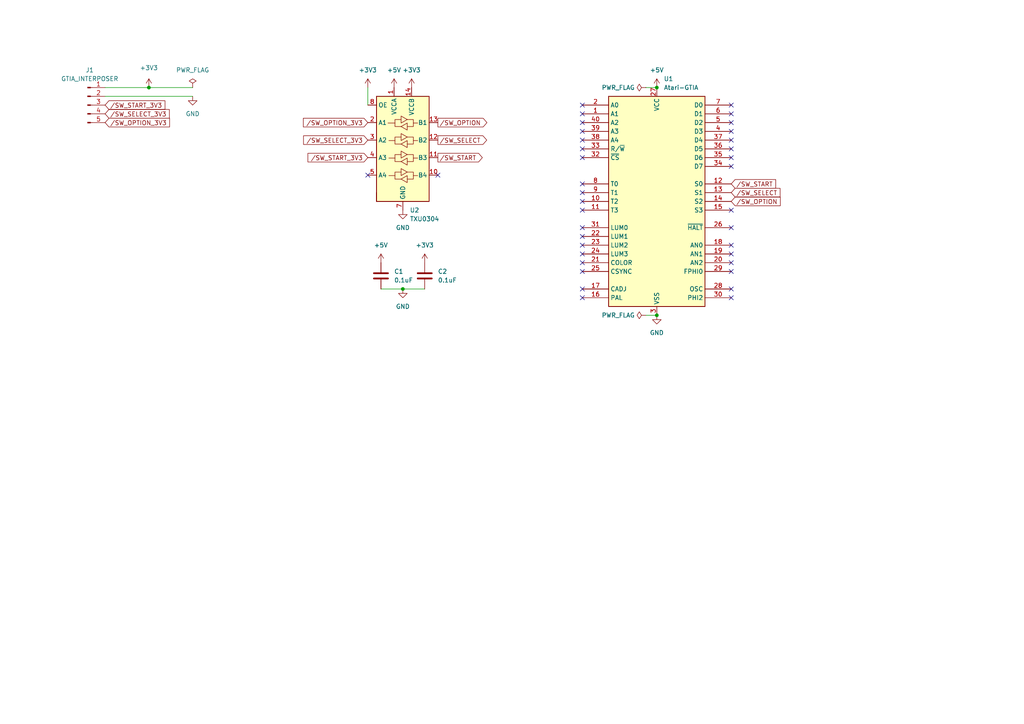
<source format=kicad_sch>
(kicad_sch (version 20211123) (generator eeschema)
  (paper "A4")
  (title_block (title "Atari GTIA Interposer") (date "2022-09-15") (rev "1.0"))
  (lib_symbols
    (symbol "Connector:Conn_01x05_Male" (pin_names (offset 1.016) hide)
      (property "Reference" "J" (at 0 7.62 0))
      (property "Value" "Conn_01x05_Male" (at 0 -7.62 0))
      (symbol "Conn_01x05_Male_1_1"
        (polyline (pts (xy 1.27 -5.08) (xy 0.8636 -5.08)) (stroke (width 0.1524)))
        (polyline (pts (xy 1.27 -2.54) (xy 0.8636 -2.54)) (stroke (width 0.1524)))
        (polyline (pts (xy 1.27 0) (xy 0.8636 0)) (stroke (width 0.1524)))
        (polyline (pts (xy 1.27 2.54) (xy 0.8636 2.54)) (stroke (width 0.1524)))
        (polyline (pts (xy 1.27 5.08) (xy 0.8636 5.08)) (stroke (width 0.1524)))
        (rectangle (start 0.8636 -4.953) (end 0 -5.207) (stroke (width 0.1524)) (fill (type outline)))
        (rectangle (start 0.8636 -2.413) (end 0 -2.667) (stroke (width 0.1524)) (fill (type outline)))
        (rectangle (start 0.8636 0.127) (end 0 -0.127) (stroke (width 0.1524)) (fill (type outline)))
        (rectangle (start 0.8636 2.667) (end 0 2.413) (stroke (width 0.1524)) (fill (type outline)))
        (rectangle (start 0.8636 5.207) (end 0 4.953) (stroke (width 0.1524)) (fill (type outline)))
        (pin passive line (at 5.08 5.08 180) (length 3.81) (name "Pin_1") (number "1"))
        (pin passive line (at 5.08 2.54 180) (length 3.81) (name "Pin_2") (number "2"))
        (pin passive line (at 5.08 0 180) (length 3.81) (name "Pin_3") (number "3"))
        (pin passive line (at 5.08 -2.54 180) (length 3.81) (name "Pin_4") (number "4"))
        (pin passive line (at 5.08 -5.08 180) (length 3.81) (name "Pin_5") (number "5"))
      )
    )
    (symbol "Device:C" (pin_numbers hide) (pin_names (offset 0.254))
      (property "Reference" "C" (at 0.635 2.54 0))
      (property "Value" "C" (at 0.635 -2.54 0))
      (symbol "C_0_1"
        (polyline (pts (xy -2.032 -0.762) (xy 2.032 -0.762)) (stroke (width 0.508)))
        (polyline (pts (xy -2.032 0.762) (xy 2.032 0.762)) (stroke (width 0.508)))
      )
      (symbol "C_1_1"
        (pin passive line (at 0 3.81 270) (length 2.794) (name "~") (number "1"))
        (pin passive line (at 0 -3.81 90) (length 2.794) (name "~") (number "2"))
      )
    )
    (symbol "Logic_LevelTranslator:TXB0104D"
      (property "Reference" "U" (at -6.35 16.51 0))
      (property "Value" "TXB0104D" (at 3.81 16.51 0))
      (symbol "TXB0104D_0_1"
        (rectangle (start -7.62 -15.24) (end -7.62 -12.7) (stroke (width 0.254)))
        (rectangle (start -7.62 15.24) (end 7.62 -15.24) (stroke (width 0.254)) (fill (type background)))
        (polyline (pts (xy -2.286 -7.747) (xy -2.286 -6.731) (xy -0.508 -6.731)))
        (polyline (pts (xy -2.286 -2.667) (xy -2.286 -1.651) (xy -0.508 -1.651)))
        (polyline (pts (xy -2.286 2.413) (xy -2.286 3.429) (xy -0.508 3.429)))
        (polyline (pts (xy -2.286 7.493) (xy -2.286 8.509) (xy -0.508 8.509)))
        (polyline (pts (xy 3.048 -7.747) (xy 3.048 -8.763) (xy 1.27 -8.763)))
        (polyline (pts (xy 3.048 -2.667) (xy 3.048 -3.683) (xy 1.27 -3.683)))
        (polyline (pts (xy 3.048 2.413) (xy 3.048 1.397) (xy 1.27 1.397)))
        (polyline (pts (xy 3.048 7.493) (xy 3.048 6.477) (xy 1.27 6.477)))
        (polyline (pts (xy -0.508 -8.763) (xy -2.286 -8.763) (xy -2.286 -7.747) (xy -4.064 -7.747)))
        (polyline (pts (xy -0.508 -8.763) (xy 1.27 -7.747) (xy 1.27 -9.779) (xy -0.508 -8.763)))
        (polyline (pts (xy -0.508 -3.683) (xy -2.286 -3.683) (xy -2.286 -2.667) (xy -4.064 -2.667)))
        (polyline (pts (xy -0.508 -3.683) (xy 1.27 -2.667) (xy 1.27 -4.699) (xy -0.508 -3.683)))
        (polyline (pts (xy -0.508 1.397) (xy -2.286 1.397) (xy -2.286 2.413) (xy -4.064 2.413)))
        (polyline (pts (xy -0.508 1.397) (xy 1.27 2.413) (xy 1.27 0.381) (xy -0.508 1.397)))
        (polyline (pts (xy -0.508 6.477) (xy -2.286 6.477) (xy -2.286 7.493) (xy -4.318 7.493)))
        (polyline (pts (xy -0.508 6.477) (xy 1.27 7.493) (xy 1.27 5.461) (xy -0.508 6.477)))
        (polyline (pts (xy 1.27 -6.731) (xy -0.508 -7.747) (xy -0.508 -5.715) (xy 1.27 -6.731)))
        (polyline (pts (xy 1.27 -6.731) (xy 3.048 -6.731) (xy 3.048 -7.747) (xy 4.318 -7.747)))
        (polyline (pts (xy 1.27 -1.651) (xy -0.508 -2.667) (xy -0.508 -0.635) (xy 1.27 -1.651)))
        (polyline (pts (xy 1.27 -1.651) (xy 3.048 -1.651) (xy 3.048 -2.667) (xy 4.318 -2.667)))
        (polyline (pts (xy 1.27 3.429) (xy -0.508 2.413) (xy -0.508 4.445) (xy 1.27 3.429)))
        (polyline (pts (xy 1.27 3.429) (xy 3.048 3.429) (xy 3.048 2.413) (xy 4.318 2.413)))
        (polyline (pts (xy 1.27 8.509) (xy -0.508 7.493) (xy -0.508 9.525) (xy 1.27 8.509)))
        (polyline (pts (xy 1.27 8.509) (xy 3.048 8.509) (xy 3.048 7.493) (xy 4.318 7.493)))
      )
      (symbol "TXB0104D_1_1"
        (pin power_in line (at -2.54 17.78 270) (length 2.54) (name "VCCA") (number "1"))
        (pin bidirectional line (at 10.16 -7.62 180) (length 2.54) (name "B4") (number "10"))
        (pin bidirectional line (at 10.16 -2.54 180) (length 2.54) (name "B3") (number "11"))
        (pin bidirectional line (at 10.16 2.54 180) (length 2.54) (name "B2") (number "12"))
        (pin bidirectional line (at 10.16 7.62 180) (length 2.54) (name "B1") (number "13"))
        (pin power_in line (at 2.54 17.78 270) (length 2.54) (name "VCCB") (number "14"))
        (pin bidirectional line (at -10.16 7.62 0) (length 2.54) (name "A1") (number "2"))
        (pin bidirectional line (at -10.16 2.54 0) (length 2.54) (name "A2") (number "3"))
        (pin bidirectional line (at -10.16 -2.54 0) (length 2.54) (name "A3") (number "4"))
        (pin bidirectional line (at -10.16 -7.62 0) (length 2.54) (name "A4") (number "5"))
        (pin no_connect line (at -10.16 -12.7 0) (length 2.54) hide (name "NC") (number "6"))
        (pin power_in line (at 0 -17.78 90) (length 2.54) (name "GND") (number "7"))
        (pin input line (at -10.16 12.7 0) (length 2.54) (name "OE") (number "8"))
        (pin no_connect line (at 10.16 -12.7 180) (length 2.54) hide (name "NC") (number "9"))
      )
    )
    (symbol "Project_Atari_LSI:Atari-GTIA"
      (property "Reference" "U" (at 0 2.54 0))
      (property "Value" "Atari-GTIA" (at 0 0 0))
      (symbol "Atari-GTIA_0_1"
        (rectangle (start -13.97 30.48) (end 13.97 -30.48) (stroke (width 0.254)) (fill (type background)))
      )
      (symbol "Atari-GTIA_1_1"
        (pin input line (at -21.59 25.4 0) (length 7.62) (name "A1") (number "1"))
        (pin input line (at -21.59 0 0) (length 7.62) (name "T2") (number "10"))
        (pin input line (at -21.59 -2.54 0) (length 7.62) (name "T3") (number "11"))
        (pin bidirectional line (at 21.59 5.08 180) (length 7.62) (name "S0") (number "12"))
        (pin bidirectional line (at 21.59 2.54 180) (length 7.62) (name "S1") (number "13"))
        (pin bidirectional line (at 21.59 0 180) (length 7.62) (name "S2") (number "14"))
        (pin bidirectional line (at 21.59 -2.54 180) (length 7.62) (name "S3") (number "15"))
        (pin input line (at -21.59 -27.94 0) (length 7.62) (name "PAL") (number "16"))
        (pin input line (at -21.59 -25.4 0) (length 7.62) (name "CADJ") (number "17"))
        (pin input line (at 21.59 -12.7 180) (length 7.62) (name "AN0") (number "18"))
        (pin input line (at 21.59 -15.24 180) (length 7.62) (name "AN1") (number "19"))
        (pin input line (at -21.59 27.94 0) (length 7.62) (name "A0") (number "2"))
        (pin input line (at 21.59 -17.78 180) (length 7.62) (name "AN2") (number "20"))
        (pin open_collector line (at -21.59 -17.78 0) (length 7.62) (name "COLOR") (number "21"))
        (pin open_collector line (at -21.59 -10.16 0) (length 7.62) (name "LUM1") (number "22"))
        (pin open_collector line (at -21.59 -12.7 0) (length 7.62) (name "LUM2") (number "23"))
        (pin open_collector line (at -21.59 -15.24 0) (length 7.62) (name "LUM3") (number "24"))
        (pin output line (at -21.59 -20.32 0) (length 7.62) (name "CSYNC") (number "25"))
        (pin input line (at 21.59 -7.62 180) (length 7.62) (name "~{HALT}") (number "26"))
        (pin power_in line (at 0 33.02 270) (length 2.54) (name "VCC") (number "27"))
        (pin input line (at 21.59 -25.4 180) (length 7.62) (name "OSC") (number "28"))
        (pin output line (at 21.59 -20.32 180) (length 7.62) (name "FPHI0") (number "29"))
        (pin power_in line (at 0 -33.02 90) (length 2.54) (name "VSS") (number "3"))
        (pin input line (at 21.59 -27.94 180) (length 7.62) (name "PHI2") (number "30"))
        (pin open_collector line (at -21.59 -7.62 0) (length 7.62) (name "LUM0") (number "31"))
        (pin input line (at -21.59 12.7 0) (length 7.62) (name "~{CS}") (number "32"))
        (pin input line (at -21.59 15.24 0) (length 7.62) (name "R/~{W}") (number "33"))
        (pin bidirectional line (at 21.59 10.16 180) (length 7.62) (name "D7") (number "34"))
        (pin bidirectional line (at 21.59 12.7 180) (length 7.62) (name "D6") (number "35"))
        (pin bidirectional line (at 21.59 15.24 180) (length 7.62) (name "D5") (number "36"))
        (pin bidirectional line (at 21.59 17.78 180) (length 7.62) (name "D4") (number "37"))
        (pin input line (at -21.59 17.78 0) (length 7.62) (name "A4") (number "38"))
        (pin input line (at -21.59 20.32 0) (length 7.62) (name "A3") (number "39"))
        (pin tri_state line (at 21.59 20.32 180) (length 7.62) (name "D3") (number "4"))
        (pin input line (at -21.59 22.86 0) (length 7.62) (name "A2") (number "40"))
        (pin tri_state line (at 21.59 22.86 180) (length 7.62) (name "D2") (number "5"))
        (pin tri_state line (at 21.59 25.4 180) (length 7.62) (name "D1") (number "6"))
        (pin tri_state line (at 21.59 27.94 180) (length 7.62) (name "D0") (number "7"))
        (pin input line (at -21.59 5.08 0) (length 7.62) (name "T0") (number "8"))
        (pin input line (at -21.59 2.54 0) (length 7.62) (name "T1") (number "9"))
      )
    )
    (symbol "power:+3.3V" (power) (pin_names (offset 0))
      (property "Value" "+3.3V" (at 0 3.556 0))
      (symbol "+3.3V_0_1"
        (polyline (pts (xy -0.762 1.27) (xy 0 2.54)))
        (polyline (pts (xy 0 0) (xy 0 2.54)))
        (polyline (pts (xy 0 2.54) (xy 0.762 1.27)))
      )
      (symbol "+3.3V_1_1"
        (pin power_in line (at 0 0 90) (length 0) hide (name "+3V3") (number "1"))
      )
    )
    (symbol "power:+5V" (power) (pin_names (offset 0))
      (property "Value" "+5V" (at 0 3.556 0))
      (symbol "+5V_0_1"
        (polyline (pts (xy -0.762 1.27) (xy 0 2.54)))
        (polyline (pts (xy 0 0) (xy 0 2.54)))
        (polyline (pts (xy 0 2.54) (xy 0.762 1.27)))
      )
      (symbol "+5V_1_1"
        (pin power_in line (at 0 0 90) (length 0) hide (name "+5V") (number "1"))
      )
    )
    (symbol "power:GND" (power) (pin_names (offset 0))
      (property "Value" "GND" (at 0 -3.81 0))
      (symbol "GND_0_1"
        (polyline (pts (xy 0 0) (xy 0 -1.27) (xy 1.27 -1.27) (xy 0 -2.54) (xy -1.27 -1.27) (xy 0 -1.27)))
      )
      (symbol "GND_1_1"
        (pin power_in line (at 0 0 270) (length 0) hide (name "GND") (number "1"))
      )
    )
    (symbol "power:PWR_FLAG" (power) (pin_numbers hide) (pin_names (offset 0) hide)
      (property "Value" "PWR_FLAG" (at 0 3.81 0))
      (symbol "PWR_FLAG_0_0"
        (pin power_out line (at 0 0 90) (length 0) (name "pwr") (number "1"))
      )
      (symbol "PWR_FLAG_0_1"
        (polyline (pts (xy 0 0) (xy 0 1.27) (xy -1.016 1.905) (xy 0 2.54) (xy 1.016 1.905) (xy 0 1.27)))
      )
    )
  )
  (junction (at 116.84 83.82))
  (junction (at 190.5 25.4))
  (junction (at 190.5 91.44))
  (junction (at 43.18 25.4))
  (no_connect (at 212.09 30.48))
  (no_connect (at 127 50.8))
  (no_connect (at 106.68 50.8))
  (no_connect (at 168.91 30.48))
  (no_connect (at 168.91 33.02))
  (no_connect (at 212.09 83.82))
  (no_connect (at 212.09 48.26))
  (no_connect (at 212.09 86.36))
  (no_connect (at 212.09 78.74))
  (no_connect (at 212.09 76.2))
  (no_connect (at 212.09 73.66))
  (no_connect (at 212.09 71.12))
  (no_connect (at 212.09 60.96))
  (no_connect (at 212.09 66.04))
  (no_connect (at 168.91 43.18))
  (no_connect (at 168.91 45.72))
  (no_connect (at 168.91 38.1))
  (no_connect (at 168.91 40.64))
  (no_connect (at 168.91 35.56))
  (no_connect (at 168.91 53.34))
  (no_connect (at 212.09 45.72))
  (no_connect (at 212.09 43.18))
  (no_connect (at 168.91 76.2))
  (no_connect (at 168.91 78.74))
  (no_connect (at 168.91 86.36))
  (no_connect (at 168.91 83.82))
  (no_connect (at 168.91 66.04))
  (no_connect (at 168.91 71.12))
  (no_connect (at 168.91 68.58))
  (no_connect (at 168.91 73.66))
  (no_connect (at 168.91 60.96))
  (no_connect (at 168.91 58.42))
  (no_connect (at 168.91 55.88))
  (no_connect (at 212.09 35.56))
  (no_connect (at 212.09 38.1))
  (no_connect (at 212.09 33.02))
  (no_connect (at 212.09 40.64))
  (wire (pts (xy 30.48 27.94) (xy 55.88 27.94)))
  (wire (pts (xy 187.325 91.44) (xy 190.5 91.44)))
  (wire (pts (xy 30.48 25.4) (xy 43.18 25.4)))
  (wire (pts (xy 110.49 83.82) (xy 116.84 83.82)))
  (wire (pts (xy 106.68 30.48) (xy 106.68 25.4)))
  (wire (pts (xy 116.84 83.82) (xy 123.19 83.82)))
  (wire (pts (xy 187.325 25.4) (xy 190.5 25.4)))
  (wire (pts (xy 43.18 25.4) (xy 55.88 25.4)))
  (global_label "{slash}SW_SELECT_3V3" (shape input) (at 30.48 33.02 0) (property "Intersheet References" "${INTERSHEET_REFS}" (effects hide)))
  (global_label "{slash}SW_START" (shape output) (at 127 45.72 0) (property "Intersheet References" "${INTERSHEET_REFS}" (effects hide)))
  (global_label "{slash}SW_SELECT" (shape input) (at 212.09 55.88 0) (property "Intersheet References" "${INTERSHEET_REFS}" (effects hide)))
  (global_label "{slash}SW_OPTION_3V3" (shape input) (at 30.48 35.56 0) (property "Intersheet References" "${INTERSHEET_REFS}" (effects hide)))
  (global_label "{slash}SW_OPTION" (shape input) (at 212.09 58.42 0) (property "Intersheet References" "${INTERSHEET_REFS}" (effects hide)))
  (global_label "{slash}SW_START_3V3" (shape input) (at 106.68 45.72 180) (property "Intersheet References" "${INTERSHEET_REFS}" (effects hide)))
  (global_label "{slash}SW_START_3V3" (shape input) (at 30.48 30.48 0) (property "Intersheet References" "${INTERSHEET_REFS}" (effects hide)))
  (global_label "{slash}SW_OPTION_3V3" (shape input) (at 106.68 35.56 180) (property "Intersheet References" "${INTERSHEET_REFS}" (effects hide)))
  (global_label "{slash}SW_SELECT_3V3" (shape input) (at 106.68 40.64 180) (property "Intersheet References" "${INTERSHEET_REFS}" (effects hide)))
  (global_label "{slash}SW_SELECT" (shape output) (at 127 40.64 0) (property "Intersheet References" "${INTERSHEET_REFS}" (effects hide)))
  (global_label "{slash}SW_START" (shape input) (at 212.09 53.34 0) (property "Intersheet References" "${INTERSHEET_REFS}" (effects hide)))
  (global_label "{slash}SW_OPTION" (shape output) (at 127 35.56 0) (property "Intersheet References" "${INTERSHEET_REFS}" (effects hide)))
  (symbol (lib_id "power:GND") (at 116.84 83.82 0) (unit 1)
    (property "Reference" "#PWR0106" (effects hide))
    (property "Value" "GND" (at 116.84 88.9 0))
  )
  (symbol (lib_id "Device:C") (at 110.49 80.01 0) (unit 1)
    (property "Reference" "C1" (at 114.3 78.7399 0) (effects (justify left)))
    (property "Value" "0.1uF" (at 114.3 81.2799 0) (effects (justify left)))
    (property "Footprint" "Capacitor_SMD:C_0805_2012Metric_Pad1.18x1.45mm_HandSolder" (effects hide))
  )
  (symbol (lib_id "Project_Atari_LSI:Atari-GTIA") (at 190.5 58.42 0) (unit 1)
    (property "Reference" "U1" (at 192.5194 22.86 0) (effects (justify left)))
    (property "Value" "Atari-GTIA" (at 192.5194 25.4 0) (effects (justify left)))
    (property "Footprint" "Package_DIP:DIP-40_W15.24mm_Socket" (effects hide))
  )
  (symbol (lib_id "power:+3.3V") (at 106.68 25.4 0) (unit 1)
    (property "Reference" "#PWR0111" (effects hide))
    (property "Value" "+3.3V" (at 106.68 20.32 0))
  )
  (symbol (lib_id "Device:C") (at 123.19 80.01 0) (unit 1)
    (property "Reference" "C2" (at 127 78.7399 0) (effects (justify left)))
    (property "Value" "0.1uF" (at 127 81.2799 0) (effects (justify left)))
    (property "Footprint" "Capacitor_SMD:C_0805_2012Metric_Pad1.18x1.45mm_HandSolder" (effects hide))
  )
  (symbol (lib_id "power:+3.3V") (at 43.18 25.4 0) (unit 1)
    (property "Reference" "#PWR0107" (effects hide))
    (property "Value" "+3.3V" (at 43.18 19.685 0))
  )
  (symbol (lib_id "power:GND") (at 190.5 91.44 0) (unit 1)
    (property "Reference" "#PWR0101" (effects hide))
    (property "Value" "GND" (at 190.5 96.52 0))
  )
  (symbol (lib_id "power:PWR_FLAG") (at 187.325 25.4 90) (unit 1)
    (property "Reference" "#FLG0102" (effects hide))
    (property "Value" "PWR_FLAG" (at 184.15 25.3999 90) (effects (justify left)))
  )
  (symbol (lib_id "power:+3.3V") (at 123.19 76.2 0) (unit 1)
    (property "Reference" "#PWR0103" (effects hide))
    (property "Value" "+3.3V" (at 123.19 71.12 0))
  )
  (symbol (lib_id "Logic_LevelTranslator:TXB0104D") (at 116.84 43.18 0) (unit 1)
    (property "Reference" "U2" (at 118.8594 60.96 0) (effects (justify left)))
    (property "Value" "TXU0304" (at 118.8594 63.5 0) (effects (justify left)))
    (property "Footprint" "Package_SO:TSSOP-14_4.4x5mm_P0.65mm" (effects hide))
    (property "Datasheet" "http://www.ti.com/lit/ds/symlink/txb0104.pdf" (effects hide))
  )
  (symbol (lib_id "power:+5V") (at 114.3 25.4 0) (unit 1)
    (property "Reference" "#PWR0108" (effects hide))
    (property "Value" "+5V" (at 114.3 20.32 0))
  )
  (symbol (lib_id "power:+3.3V") (at 119.38 25.4 0) (unit 1)
    (property "Reference" "#PWR0109" (effects hide))
    (property "Value" "+3.3V" (at 119.38 20.32 0))
  )
  (symbol (lib_id "power:PWR_FLAG") (at 187.325 91.44 90) (unit 1)
    (property "Reference" "#FLG0101" (effects hide))
    (property "Value" "PWR_FLAG" (at 184.15 91.4399 90) (effects (justify left)))
  )
  (symbol (lib_id "power:+5V") (at 190.5 25.4 0) (unit 1)
    (property "Reference" "#PWR0102" (effects hide))
    (property "Value" "+5V" (at 190.5 20.32 0))
  )
  (symbol (lib_id "power:GND") (at 116.84 60.96 0) (unit 1)
    (property "Reference" "#PWR0104" (effects hide))
    (property "Value" "GND" (at 116.84 66.04 0))
  )
  (symbol (lib_id "Connector:Conn_01x05_Male") (at 25.4 30.48 0) (unit 1)
    (property "Reference" "J1" (at 26.035 20.32 0))
    (property "Value" "GTIA_INTERPOSER" (at 26.035 22.86 0))
    (property "Footprint" "Connector_PinHeader_2.54mm:PinHeader_1x05_P2.54mm_Vertical" (effects hide))
  )
  (symbol (lib_id "power:GND") (at 55.88 27.94 0) (unit 1)
    (property "Reference" "#PWR0110" (effects hide))
    (property "Value" "GND" (at 55.88 33.02 0))
  )
  (symbol (lib_id "power:+5V") (at 110.49 76.2 0) (unit 1)
    (property "Reference" "#PWR0105" (effects hide))
    (property "Value" "+5V" (at 110.49 71.12 0))
  )
  (symbol (lib_id "power:PWR_FLAG") (at 55.88 25.4 0) (unit 1)
    (property "Reference" "#FLG0103" (effects hide))
    (property "Value" "PWR_FLAG" (at 55.88 20.32 0))
  )
)
</source>
